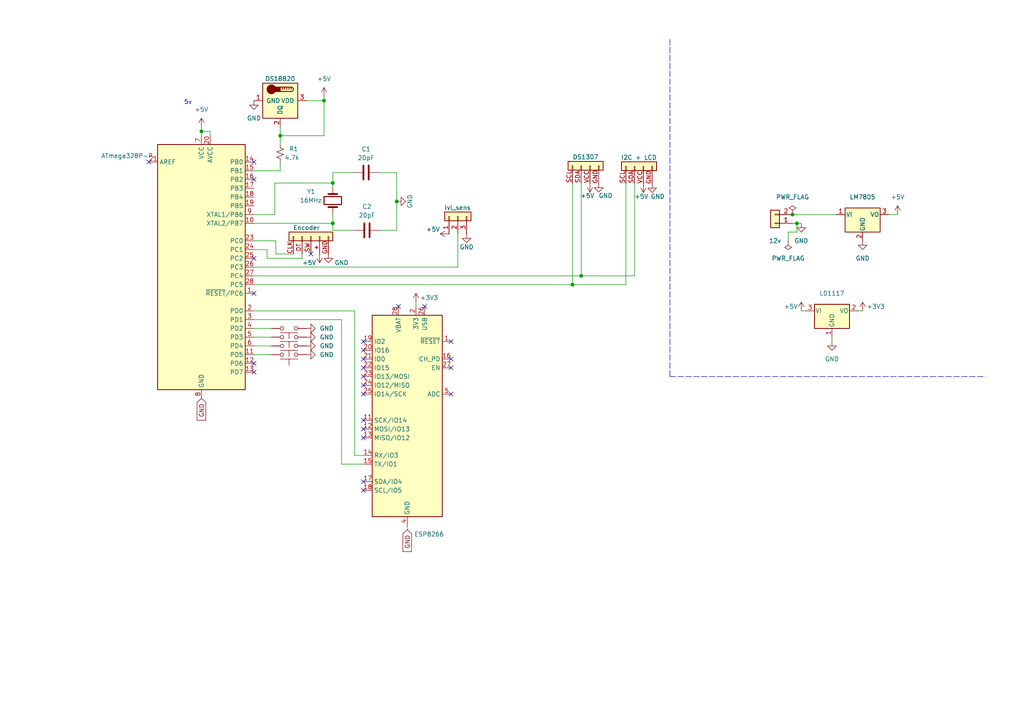
<source format=kicad_sch>
(kicad_sch (version 20211123) (generator eeschema)
  (paper "A4")
  (lib_symbols
    (symbol "Conn_01x02_2" (pin_names (offset 1.016) hide)
      (property "Value" "12v" (at 0 5.08 0))
      (symbol "Conn_01x02_2_1_1"
        (rectangle (start -1.27 -2.413) (end 0 -2.667) (stroke (width 0.1524)))
        (rectangle (start -1.27 0.127) (end 0 -0.127) (stroke (width 0.1524)))
        (rectangle (start -1.27 1.27) (end 1.27 -3.81) (stroke (width 0.254)) (fill (type background)))
        (pin power_in line (at -5.08 0 0) (length 3.81) (name "Pin_1") (number "1"))
        (pin power_in line (at -5.08 -2.54 0) (length 3.81) (name "Pin_2") (number "2"))
      )
    )
    (symbol "Connector_Generic:Conn_01x03" (pin_names (offset 1.016) hide)
      (property "Reference" "J" (at 0 5.08 0))
      (property "Value" "Conn_01x03" (at 0 -5.08 0))
      (symbol "Conn_01x03_1_1"
        (rectangle (start -1.27 -2.413) (end 0 -2.667) (stroke (width 0.1524)))
        (rectangle (start -1.27 0.127) (end 0 -0.127) (stroke (width 0.1524)))
        (rectangle (start -1.27 2.667) (end 0 2.413) (stroke (width 0.1524)))
        (rectangle (start -1.27 3.81) (end 1.27 -3.81) (stroke (width 0.254)) (fill (type background)))
        (pin passive line (at -5.08 2.54 0) (length 3.81) (name "Pin_1") (number "1"))
        (pin passive line (at -5.08 0 0) (length 3.81) (name "Pin_2") (number "2"))
        (pin passive line (at -5.08 -2.54 0) (length 3.81) (name "Pin_3") (number "3"))
      )
    )
    (symbol "Connector_Generic:Conn_01x04" (pin_names (offset 1.016) hide)
      (property "Reference" "J?" (at 1.27 6.35 90))
      (property "Value" "I2C + LCD" (at 1.27 3.81 90))
      (symbol "Conn_01x04_1_1"
        (rectangle (start -1.27 -4.953) (end 0 -5.207) (stroke (width 0.1524)))
        (rectangle (start -1.27 -2.413) (end 0 -2.667) (stroke (width 0.1524)))
        (rectangle (start -1.27 0.127) (end 0 -0.127) (stroke (width 0.1524)))
        (rectangle (start -1.27 2.667) (end 0 2.413) (stroke (width 0.1524)))
        (rectangle (start -1.27 3.81) (end 1.27 -6.35) (stroke (width 0.254)) (fill (type background)))
        (pin passive line (at -5.08 -5.08 0) (length 3.81) (name "Pin_4") (number "GND"))
        (pin passive line (at -5.08 2.54 0) (length 3.81) (name "Pin_1") (number "SCL"))
        (pin passive line (at -5.08 0 0) (length 3.81) (name "Pin_2") (number "SDA"))
        (pin passive line (at -5.08 -2.54 0) (length 3.81) (name "Pin_3") (number "VCC"))
      )
    )
    (symbol "Connector_Generic:Conn_01x05" (pin_names (offset 1.016) hide)
      (property "Reference" "J4" (at 0 6.35 90))
      (property "Value" "Conn_01x05" (at 0 3.81 90))
      (symbol "Conn_01x05_1_1"
        (rectangle (start -1.27 -4.953) (end 0 -5.207) (stroke (width 0.1524)))
        (rectangle (start -1.27 -2.413) (end 0 -2.667) (stroke (width 0.1524)))
        (rectangle (start -1.27 0.127) (end 0 -0.127) (stroke (width 0.1524)))
        (rectangle (start -1.27 2.667) (end 0 2.413) (stroke (width 0.1524)))
        (rectangle (start -1.27 5.207) (end 0 4.953) (stroke (width 0.1524)))
        (rectangle (start -1.27 6.35) (end 1.27 -6.35) (stroke (width 0.254)) (fill (type background)))
        (pin passive line (at -5.08 -2.54 0) (length 3.81) (name "Pin_4") (number "+"))
        (pin passive line (at -5.08 5.08 0) (length 3.81) (name "Pin_1") (number "CLK"))
        (pin passive line (at -5.08 2.54 0) (length 3.81) (name "Pin_2") (number "DT"))
        (pin passive line (at -5.08 -5.08 0) (length 3.81) (name "Pin_5") (number "GND"))
        (pin passive line (at -5.08 0 0) (length 3.81) (name "Pin_3") (number "SW"))
      )
    )
    (symbol "Device:C" (pin_numbers hide) (pin_names (offset 0.254))
      (property "Reference" "C" (at 0.635 2.54 0))
      (property "Value" "C" (at 0.635 -2.54 0))
      (symbol "C_0_1"
        (polyline (pts (xy -2.032 -0.762) (xy 2.032 -0.762)) (stroke (width 0.508)))
        (polyline (pts (xy -2.032 0.762) (xy 2.032 0.762)) (stroke (width 0.508)))
      )
      (symbol "C_1_1"
        (pin passive line (at 0 3.81 270) (length 2.794) (name "~") (number "1"))
        (pin passive line (at 0 -3.81 90) (length 2.794) (name "~") (number "2"))
      )
    )
    (symbol "Device:Crystal" (pin_numbers hide) (pin_names (offset 1.016) hide)
      (property "Reference" "Y" (at 0 3.81 0))
      (property "Value" "Crystal" (at 0 -3.81 0))
      (symbol "Crystal_0_1"
        (rectangle (start -1.143 2.54) (end 1.143 -2.54) (stroke (width 0.3048)))
        (polyline (pts (xy -2.54 0) (xy -1.905 0)))
        (polyline (pts (xy -1.905 -1.27) (xy -1.905 1.27)) (stroke (width 0.508)))
        (polyline (pts (xy 1.905 -1.27) (xy 1.905 1.27)) (stroke (width 0.508)))
        (polyline (pts (xy 2.54 0) (xy 1.905 0)))
      )
      (symbol "Crystal_1_1"
        (pin passive line (at -3.81 0 0) (length 1.27) (name "1") (number "1"))
        (pin passive line (at 3.81 0 180) (length 1.27) (name "2") (number "2"))
      )
    )
    (symbol "Device:R_Small_US" (pin_numbers hide) (pin_names (offset 0.254) hide)
      (property "Reference" "R" (at 0.762 0.508 0))
      (property "Value" "R_Small_US" (at 0.762 -1.016 0))
      (symbol "R_Small_US_1_1"
        (polyline (pts (xy 0 0) (xy 1.016 -0.381) (xy 0 -0.762) (xy -1.016 -1.143) (xy 0 -1.524)))
        (polyline (pts (xy 0 1.524) (xy 1.016 1.143) (xy 0 0.762) (xy -1.016 0.381) (xy 0 0)))
        (pin passive line (at 0 2.54 270) (length 1.016) (name "~") (number "1"))
        (pin passive line (at 0 -2.54 90) (length 1.016) (name "~") (number "2"))
      )
    )
    (symbol "MCU_Microchip_ATmega:ATmega328P-P"
      (property "Reference" "U" (at -12.7 36.83 0))
      (property "Value" "ATmega328P-P" (at 2.54 -36.83 0))
      (symbol "ATmega328P-P_0_1"
        (rectangle (start -12.7 -35.56) (end 12.7 35.56) (stroke (width 0.254)) (fill (type background)))
      )
      (symbol "ATmega328P-P_1_1"
        (pin bidirectional line (at 15.24 -7.62 180) (length 2.54) (name "~{RESET}/PC6") (number "1"))
        (pin bidirectional line (at 15.24 12.7 180) (length 2.54) (name "XTAL2/PB7") (number "10"))
        (pin bidirectional line (at 15.24 -25.4 180) (length 2.54) (name "PD5") (number "11"))
        (pin bidirectional line (at 15.24 -27.94 180) (length 2.54) (name "PD6") (number "12"))
        (pin bidirectional line (at 15.24 -30.48 180) (length 2.54) (name "PD7") (number "13"))
        (pin bidirectional line (at 15.24 30.48 180) (length 2.54) (name "PB0") (number "14"))
        (pin bidirectional line (at 15.24 27.94 180) (length 2.54) (name "PB1") (number "15"))
        (pin bidirectional line (at 15.24 25.4 180) (length 2.54) (name "PB2") (number "16"))
        (pin bidirectional line (at 15.24 22.86 180) (length 2.54) (name "PB3") (number "17"))
        (pin bidirectional line (at 15.24 20.32 180) (length 2.54) (name "PB4") (number "18"))
        (pin bidirectional line (at 15.24 17.78 180) (length 2.54) (name "PB5") (number "19"))
        (pin bidirectional line (at 15.24 -12.7 180) (length 2.54) (name "PD0") (number "2"))
        (pin power_in line (at 2.54 38.1 270) (length 2.54) (name "AVCC") (number "20"))
        (pin passive line (at -15.24 30.48 0) (length 2.54) (name "AREF") (number "21"))
        (pin passive line (at 0 -38.1 90) (length 2.54) hide (name "GND") (number "22"))
        (pin bidirectional line (at 15.24 7.62 180) (length 2.54) (name "PC0") (number "23"))
        (pin bidirectional line (at 15.24 5.08 180) (length 2.54) (name "PC1") (number "24"))
        (pin bidirectional line (at 15.24 2.54 180) (length 2.54) (name "PC2") (number "25"))
        (pin bidirectional line (at 15.24 0 180) (length 2.54) (name "PC3") (number "26"))
        (pin bidirectional line (at 15.24 -2.54 180) (length 2.54) (name "PC4") (number "27"))
        (pin bidirectional line (at 15.24 -5.08 180) (length 2.54) (name "PC5") (number "28"))
        (pin bidirectional line (at 15.24 -15.24 180) (length 2.54) (name "PD1") (number "3"))
        (pin bidirectional line (at 15.24 -17.78 180) (length 2.54) (name "PD2") (number "4"))
        (pin bidirectional line (at 15.24 -20.32 180) (length 2.54) (name "PD3") (number "5"))
        (pin bidirectional line (at 15.24 -22.86 180) (length 2.54) (name "PD4") (number "6"))
        (pin power_in line (at 0 38.1 270) (length 2.54) (name "VCC") (number "7"))
        (pin power_in line (at 0 -38.1 90) (length 2.54) (name "GND") (number "8"))
        (pin bidirectional line (at 15.24 15.24 180) (length 2.54) (name "XTAL1/PB6") (number "9"))
      )
    )
    (symbol "MCU_Module:Adafruit_Feather_HUZZAH_ESP8266"
      (property "Reference" "A" (at -10.16 29.21 0))
      (property "Value" "Adafruit_Feather_HUZZAH_ESP8266" (at 2.54 -31.75 0))
      (symbol "Adafruit_Feather_HUZZAH_ESP8266_0_1"
        (rectangle (start -10.16 27.94) (end 10.16 -30.48) (stroke (width 0.254)) (fill (type background)))
      )
      (symbol "Adafruit_Feather_HUZZAH_ESP8266_1_1"
        (pin input line (at 12.7 20.32 180) (length 2.54) (name "~{RESET}") (number "1"))
        (pin no_connect line (at 10.16 -7.62 180) (length 2.54) hide (name "NC") (number "10"))
        (pin bidirectional line (at -12.7 -2.54 0) (length 2.54) (name "SCK/IO14") (number "11"))
        (pin bidirectional line (at -12.7 -5.08 0) (length 2.54) (name "MOSI/IO13") (number "12"))
        (pin bidirectional line (at -12.7 -7.62 0) (length 2.54) (name "MISO/IO12") (number "13"))
        (pin bidirectional line (at -12.7 -12.7 0) (length 2.54) (name "RX/IO3") (number "14"))
        (pin bidirectional line (at -12.7 -15.24 0) (length 2.54) (name "TX/IO1") (number "15"))
        (pin bidirectional line (at 12.7 15.24 180) (length 2.54) (name "CH_PD") (number "16"))
        (pin bidirectional line (at -12.7 -20.32 0) (length 2.54) (name "SDA/IO4") (number "17"))
        (pin bidirectional line (at -12.7 -22.86 0) (length 2.54) (name "SCL/IO5") (number "18"))
        (pin bidirectional line (at -12.7 20.32 0) (length 2.54) (name "IO2") (number "19"))
        (pin power_in line (at 2.54 30.48 270) (length 2.54) (name "3V3") (number "2"))
        (pin bidirectional line (at -12.7 17.78 0) (length 2.54) (name "IO16") (number "20"))
        (pin bidirectional line (at -12.7 15.24 0) (length 2.54) (name "IO0") (number "21"))
        (pin bidirectional line (at -12.7 12.7 0) (length 2.54) (name "IO15") (number "22"))
        (pin bidirectional line (at -12.7 10.16 0) (length 2.54) (name "IO13/MOSI") (number "23"))
        (pin bidirectional line (at -12.7 7.62 0) (length 2.54) (name "IO12/MISO") (number "24"))
        (pin bidirectional line (at -12.7 5.08 0) (length 2.54) (name "IO14/SCK") (number "25"))
        (pin power_in line (at 5.08 30.48 270) (length 2.54) (name "USB") (number "26"))
        (pin input line (at 12.7 12.7 180) (length 2.54) (name "EN") (number "27"))
        (pin power_in line (at -2.54 30.48 270) (length 2.54) (name "VBAT") (number "28"))
        (pin no_connect line (at 10.16 10.16 180) (length 2.54) hide (name "NC") (number "3"))
        (pin power_in line (at 0 -33.02 90) (length 2.54) (name "GND") (number "4"))
        (pin bidirectional line (at 12.7 5.08 180) (length 2.54) (name "ADC") (number "5"))
        (pin no_connect line (at 10.16 2.54 180) (length 2.54) hide (name "NC") (number "6"))
        (pin no_connect line (at 10.16 0 180) (length 2.54) hide (name "NC") (number "7"))
        (pin no_connect line (at 10.16 -2.54 180) (length 2.54) hide (name "NC") (number "8"))
        (pin no_connect line (at 10.16 -5.08 180) (length 2.54) hide (name "NC") (number "9"))
      )
    )
    (symbol "Regulator_Linear:LD1117S33TR_SOT223" (pin_names (offset 0.254))
      (property "Reference" "U" (at -3.81 3.175 0))
      (property "Value" "LD1117S33TR_SOT223" (at 0 3.175 0))
      (symbol "LD1117S33TR_SOT223_0_1"
        (rectangle (start -5.08 -5.08) (end 5.08 1.905) (stroke (width 0.254)) (fill (type background)))
      )
      (symbol "LD1117S33TR_SOT223_1_1"
        (pin power_in line (at 0 -7.62 90) (length 2.54) (name "GND") (number "1"))
        (pin power_out line (at 7.62 0 180) (length 2.54) (name "VO") (number "2"))
        (pin power_in line (at -7.62 0 0) (length 2.54) (name "VI") (number "3"))
      )
    )
    (symbol "Regulator_Linear:LM7805_TO220" (pin_names (offset 0.254))
      (property "Reference" "U" (at -3.81 3.175 0))
      (property "Value" "LM7805_TO220" (at 0 3.175 0))
      (symbol "LM7805_TO220_0_1"
        (rectangle (start -5.08 1.905) (end 5.08 -5.08) (stroke (width 0.254)) (fill (type background)))
      )
      (symbol "LM7805_TO220_1_1"
        (pin power_in line (at -7.62 0 0) (length 2.54) (name "VI") (number "1"))
        (pin power_in line (at 0 -7.62 90) (length 2.54) (name "GND") (number "2"))
        (pin power_out line (at 7.62 0 180) (length 2.54) (name "VO") (number "3"))
      )
    )
    (symbol "Sensor_Temperature:DS18B20" (pin_names (offset 1.016))
      (property "Reference" "U" (at -3.81 6.35 0))
      (property "Value" "DS18B20" (at 6.35 6.35 0))
      (symbol "DS18B20_0_1"
        (rectangle (start -5.08 5.08) (end 5.08 -5.08) (stroke (width 0.254)) (fill (type background)))
        (circle (center -3.302 -2.54) (radius 1.27) (stroke (width 0.254)) (fill (type outline)))
        (rectangle (start -2.667 -1.905) (end -3.937 0) (stroke (width 0.254)) (fill (type outline)))
        (arc (start -2.667 3.175) (mid -3.302 3.81) (end -3.937 3.175) (stroke (width 0.254)))
        (polyline (pts (xy -3.937 0.635) (xy -3.302 0.635)) (stroke (width 0.254)))
        (polyline (pts (xy -3.937 1.27) (xy -3.302 1.27)) (stroke (width 0.254)))
        (polyline (pts (xy -3.937 1.905) (xy -3.302 1.905)) (stroke (width 0.254)))
        (polyline (pts (xy -3.937 2.54) (xy -3.302 2.54)) (stroke (width 0.254)))
        (polyline (pts (xy -3.937 3.175) (xy -3.937 0)) (stroke (width 0.254)))
        (polyline (pts (xy -3.937 3.175) (xy -3.302 3.175)) (stroke (width 0.254)))
        (polyline (pts (xy -2.667 3.175) (xy -2.667 0)) (stroke (width 0.254)))
      )
      (symbol "DS18B20_1_1"
        (pin power_in line (at 0 -7.62 90) (length 2.54) (name "GND") (number "1"))
        (pin bidirectional line (at 7.62 0 180) (length 2.54) (name "DQ") (number "2"))
        (pin power_in line (at 0 7.62 270) (length 2.54) (name "VDD") (number "3"))
      )
    )
    (symbol "Switch:SW_Push" (pin_numbers hide) (pin_names (offset 1.016) hide)
      (property "Reference" "SW" (at 1.27 2.54 0))
      (property "Value" "SW_Push" (at 0 -1.524 0))
      (symbol "SW_Push_0_1"
        (circle (center -2.032 0) (radius 0.508))
        (polyline (pts (xy 0 1.27) (xy 0 3.048)))
        (polyline (pts (xy 2.54 1.27) (xy -2.54 1.27)))
        (circle (center 2.032 0) (radius 0.508))
        (pin passive line (at -5.08 0 0) (length 2.54) (name "1") (number "1"))
        (pin passive line (at 5.08 0 180) (length 2.54) (name "2") (number "2"))
      )
    )
    (symbol "power:+3.3V" (power) (pin_names (offset 0))
      (property "Value" "+3.3V" (at 0 3.556 0))
      (symbol "+3.3V_0_1"
        (polyline (pts (xy -0.762 1.27) (xy 0 2.54)))
        (polyline (pts (xy 0 0) (xy 0 2.54)))
        (polyline (pts (xy 0 2.54) (xy 0.762 1.27)))
      )
      (symbol "+3.3V_1_1"
        (pin power_in line (at 0 0 90) (length 0) hide (name "+3V3") (number "1"))
      )
    )
    (symbol "power:+5V" (power) (pin_names (offset 0))
      (property "Value" "+5V" (at 0 3.556 0))
      (symbol "+5V_0_1"
        (polyline (pts (xy -0.762 1.27) (xy 0 2.54)))
        (polyline (pts (xy 0 0) (xy 0 2.54)))
        (polyline (pts (xy 0 2.54) (xy 0.762 1.27)))
      )
      (symbol "+5V_1_1"
        (pin power_in line (at 0 0 90) (length 0) hide (name "+5V") (number "1"))
      )
    )
    (symbol "power:GND" (power) (pin_names (offset 0))
      (property "Value" "GND" (at 0 -3.81 0))
      (symbol "GND_0_1"
        (polyline (pts (xy 0 0) (xy 0 -1.27) (xy 1.27 -1.27) (xy 0 -2.54) (xy -1.27 -1.27) (xy 0 -1.27)))
      )
      (symbol "GND_1_1"
        (pin power_in line (at 0 0 270) (length 0) hide (name "GND") (number "1"))
      )
    )
    (symbol "power:PWR_FLAG" (power) (pin_numbers hide) (pin_names (offset 0) hide)
      (property "Value" "PWR_FLAG" (at 0 3.81 0))
      (symbol "PWR_FLAG_0_0"
        (pin power_out line (at 0 0 90) (length 0) (name "pwr") (number "1"))
      )
      (symbol "PWR_FLAG_0_1"
        (polyline (pts (xy 0 0) (xy 0 1.27) (xy -1.016 1.905) (xy 0 2.54) (xy 1.016 1.905) (xy 0 1.27)))
      )
    )
  )
  (junction (at 166.0398 82.55))
  (junction (at 58.42 38.1))
  (junction (at 115.062 58.42))
  (junction (at 229.87 62.23))
  (junction (at 81.28 39.37))
  (junction (at 96.52 53.086))
  (junction (at 231.14 64.77))
  (junction (at 93.98 29.21))
  (junction (at 96.52 64.77))
  (junction (at 168.5798 80.01))
  (no_connect (at 43.18 46.99))
  (no_connect (at 73.66 74.93))
  (no_connect (at 90.17 73.66))
  (no_connect (at 130.81 114.3))
  (no_connect (at 130.81 104.14))
  (no_connect (at 130.81 106.68))
  (no_connect (at 130.81 99.06))
  (no_connect (at 123.19 88.9))
  (no_connect (at 115.57 88.9))
  (no_connect (at 105.41 104.14))
  (no_connect (at 105.41 99.06))
  (no_connect (at 105.41 101.6))
  (no_connect (at 105.41 124.46))
  (no_connect (at 105.41 106.68))
  (no_connect (at 105.41 121.92))
  (no_connect (at 105.41 139.7))
  (no_connect (at 105.41 127))
  (no_connect (at 105.41 142.24))
  (no_connect (at 105.41 111.76))
  (no_connect (at 105.41 109.22))
  (no_connect (at 105.41 114.3))
  (no_connect (at 73.66 107.95))
  (no_connect (at 73.66 85.09))
  (no_connect (at 73.66 105.41))
  (no_connect (at 73.66 52.07))
  (no_connect (at 73.66 46.99))
  (wire (pts (xy 102.616 66.802) (xy 96.52 66.802)))
  (wire (pts (xy 73.66 100.33) (xy 78.74 100.33)))
  (wire (pts (xy 73.66 82.55) (xy 166.0398 82.55)))
  (wire (pts (xy 184.0738 53.2892) (xy 184.0738 80.01)))
  (wire (pts (xy 102.87 132.08) (xy 105.41 132.08)))
  (wire (pts (xy 81.28 49.53) (xy 73.66 49.53)))
  (wire (pts (xy 81.28 39.37) (xy 81.28 41.91)))
  (wire (pts (xy 58.42 38.1) (xy 58.42 39.37)))
  (wire (pts (xy 115.062 50.038) (xy 115.062 58.42)))
  (wire (pts (xy 73.66 80.01) (xy 168.5798 80.01)))
  (wire (pts (xy 73.66 62.23) (xy 79.6997 62.23)))
  (wire (pts (xy 96.52 66.802) (xy 96.52 64.77)))
  (wire (pts (xy 241.3 97.79) (xy 241.3 99.06)))
  (polyline (pts (xy 194.31 11.43) (xy 194.31 109.22)))
  (wire (pts (xy 102.87 90.17) (xy 102.87 132.08)))
  (wire (pts (xy 81.28 39.37) (xy 93.98 39.37)))
  (wire (pts (xy 96.52 50.038) (xy 96.52 53.086)))
  (wire (pts (xy 85.09 73.66) (xy 80.01 73.66)))
  (wire (pts (xy 80.01 73.66) (xy 80.01 69.85)))
  (wire (pts (xy 78.74 95.25) (xy 73.66 95.25)))
  (wire (pts (xy 105.41 134.62) (xy 99.06 134.62)))
  (wire (pts (xy 184.0738 80.01) (xy 168.5798 80.01)))
  (wire (pts (xy 60.96 39.37) (xy 60.96 38.1)))
  (wire (pts (xy 77.47 74.93) (xy 77.47 72.39)))
  (wire (pts (xy 73.66 102.87) (xy 78.74 102.87)))
  (wire (pts (xy 166.0398 82.55) (xy 166.0398 53.1622)))
  (wire (pts (xy 120.65 87.63) (xy 120.65 88.9)))
  (wire (pts (xy 73.66 90.17) (xy 102.87 90.17)))
  (wire (pts (xy 229.87 62.23) (xy 242.57 62.23)))
  (wire (pts (xy 87.63 73.66) (xy 87.63 74.93)))
  (wire (pts (xy 99.06 134.62) (xy 99.06 92.71)))
  (wire (pts (xy 232.41 90.17) (xy 233.68 90.17)))
  (wire (pts (xy 166.0398 82.55) (xy 181.5338 82.55)))
  (wire (pts (xy 87.63 74.93) (xy 77.47 74.93)))
  (wire (pts (xy 115.062 66.802) (xy 115.062 58.42)))
  (wire (pts (xy 118.11 153.67) (xy 118.11 152.4)))
  (wire (pts (xy 231.14 67.31) (xy 231.14 64.77)))
  (wire (pts (xy 81.28 36.83) (xy 81.28 39.37)))
  (wire (pts (xy 73.66 92.71) (xy 99.06 92.71)))
  (wire (pts (xy 93.98 27.94) (xy 93.98 29.21)))
  (wire (pts (xy 81.28 46.99) (xy 81.28 49.53)))
  (wire (pts (xy 96.52 64.77) (xy 73.66 64.77)))
  (wire (pts (xy 79.6997 62.23) (xy 79.6997 53.086)))
  (wire (pts (xy 80.01 69.85) (xy 73.66 69.85)))
  (wire (pts (xy 102.362 50.038) (xy 96.52 50.038)))
  (wire (pts (xy 228.6 69.85) (xy 228.6 67.31)))
  (wire (pts (xy 181.5338 82.55) (xy 181.5338 53.2892)))
  (wire (pts (xy 168.5798 80.01) (xy 168.5798 53.1622)))
  (wire (pts (xy 96.52 53.086) (xy 79.6997 53.086)))
  (wire (pts (xy 73.66 97.79) (xy 78.74 97.79)))
  (wire (pts (xy 73.66 77.47) (xy 132.7912 77.47)))
  (wire (pts (xy 77.47 72.39) (xy 73.66 72.39)))
  (wire (pts (xy 229.87 64.77) (xy 231.14 64.77)))
  (wire (pts (xy 96.52 54.356) (xy 96.52 53.086)))
  (wire (pts (xy 260.35 62.23) (xy 257.81 62.23)))
  (wire (pts (xy 250.19 90.17) (xy 248.92 90.17)))
  (wire (pts (xy 93.98 29.21) (xy 93.98 39.37)))
  (polyline (pts (xy 194.31 109.22) (xy 285.75 109.22)))
  (wire (pts (xy 231.14 64.77) (xy 232.41 64.77)))
  (wire (pts (xy 58.42 38.1) (xy 60.96 38.1)))
  (wire (pts (xy 132.7912 67.8434) (xy 132.7912 77.47)))
  (wire (pts (xy 228.6 67.31) (xy 231.14 67.31)))
  (wire (pts (xy 93.98 29.21) (xy 88.9 29.21)))
  (wire (pts (xy 110.236 66.802) (xy 115.062 66.802)))
  (wire (pts (xy 58.42 36.83) (xy 58.42 38.1)))
  (wire (pts (xy 109.982 50.038) (xy 115.062 50.038)))
  (wire (pts (xy 96.52 61.976) (xy 96.52 64.77)))
  (text "5v" (at 53.34 30.48 0) (effects (font (size 1.27 1.27)) (justify left bottom)))
  (global_label "GND" (shape input) (at 58.42 115.57 270) (property "Intersheet References" "${INTERSHEET_REFS}" (effects hide)))
  (global_label "GND" (shape input) (at 118.11 153.67 270) (property "Intersheet References" "${INTERSHEET_REFS}" (effects hide)))
  (symbol (lib_id "Sensor_Temperature:DS18B20") (at 81.28 29.21 270) (unit 1)
    (property "Reference" "U2" (effects hide))
    (property "Value" "DS18B20" (at 81.28 22.86 90))
    (property "Footprint" "Package_TO_SOT_THT:TO-92_Inline" (effects hide))
    (property "Datasheet" "http://datasheets.maximintegrated.com/en/ds/DS18B20.pdf" (effects hide))
  )
  (symbol (lib_id "Switch:SW_Push") (at 83.82 97.79 180) (unit 1)
    (property "Reference" "SW2" (effects hide))
    (property "Value" "SW_Push" (effects hide))
    (property "Footprint" "Button_Switch_THT:SW_PUSH-12mm" (effects hide))
  )
  (symbol (lib_id "MCU_Module:Adafruit_Feather_HUZZAH_ESP8266") (at 118.11 119.38 0) (unit 1)
    (property "Reference" "A1" (effects hide))
    (property "Value" "ESP8266" (at 120.1294 154.94 0) (effects (justify left)))
    (property "Footprint" "Module:Adafruit_Feather" (effects hide))
    (property "Datasheet" "https://cdn-learn.adafruit.com/downloads/pdf/adafruit-feather-huzzah-esp8266.pdf" (effects hide))
  )
  (symbol (lib_id "power:GND") (at 115.062 58.42 90) (unit 1)
    (property "Reference" "#PWR01" (effects hide))
    (property "Value" "GND" (at 118.872 58.42 0))
  )
  (symbol (lib_id "power:GND") (at 241.3 99.06 0) (unit 1)
    (property "Reference" "#PWR03" (effects hide))
    (property "Value" "GND" (at 241.3 104.14 0))
  )
  (symbol (lib_id "power:GND") (at 173.6598 53.1622 0) (unit 1)
    (property "Reference" "#PWR0113" (effects hide))
    (property "Value" "GND" (at 175.641 56.7436 0))
  )
  (symbol (lib_name "Conn_01x02_2") (lib_id "Connector_Generic:Conn_01x02") (at 224.79 64.77 180) (unit 1)
    (property "Reference" "J1" (effects hide))
    (property "Value" "12v" (at 224.79 69.85 0))
    (property "Footprint" "TerminalBlock:TerminalBlock_bornier-2_P5.08mm" (effects hide))
  )
  (symbol (lib_id "Regulator_Linear:LD1117S33TR_SOT223") (at 241.3 90.17 0) (unit 1)
    (property "Reference" "U4" (effects hide))
    (property "Value" "LD1117" (at 241.3 85.09 0))
    (property "Footprint" "Package_TO_SOT_THT:TO-220-3_Vertical" (effects hide))
    (property "Datasheet" "http://www.st.com/st-web-ui/static/active/en/resource/technical/document/datasheet/CD00000544.pdf" (effects hide))
  )
  (symbol (lib_id "power:+5V") (at 92.71 73.66 180) (unit 1)
    (property "Reference" "#PWR?" (effects hide))
    (property "Value" "+5V" (at 87.63 76.2 0) (effects (justify right)))
  )
  (symbol (lib_id "power:GND") (at 88.9 97.79 90) (unit 1)
    (property "Reference" "#PWR0116" (effects hide))
    (property "Value" "GND" (at 92.71 97.7899 90) (effects (justify right)))
  )
  (symbol (lib_id "power:GND") (at 189.1538 53.2892 0) (unit 1)
    (property "Reference" "#PWR0114" (effects hide))
    (property "Value" "GND" (at 190.754 56.9976 0))
  )
  (symbol (lib_id "Switch:SW_Push") (at 83.82 100.33 180) (unit 1)
    (property "Reference" "SW3" (effects hide))
    (property "Value" "SW_Push" (effects hide))
    (property "Footprint" "Button_Switch_THT:SW_PUSH-12mm" (effects hide))
  )
  (symbol (lib_id "Connector_Generic:Conn_01x04") (at 168.5798 48.0822 90) (unit 1)
    (property "Reference" "J3" (effects hide))
    (property "Value" "DS1307" (at 169.8498 45.5422 90))
    (property "Footprint" "Connector_PinSocket_2.54mm:PinSocket_1x04_P2.54mm_Vertical" (effects hide))
  )
  (symbol (lib_id "power:+3.3V") (at 250.19 90.17 0) (unit 1)
    (property "Reference" "#PWR04" (effects hide))
    (property "Value" "+3.3V" (at 254 88.9 0))
  )
  (symbol (lib_id "Connector_Generic:Conn_01x04") (at 184.0738 48.2092 90) (unit 1)
    (property "Reference" "J2" (effects hide))
    (property "Value" "I2C + LCD" (at 185.3438 45.6692 90))
    (property "Footprint" "Connector_PinSocket_2.54mm:PinSocket_1x04_P2.54mm_Vertical" (effects hide))
  )
  (symbol (lib_id "Device:C") (at 106.426 66.802 90) (unit 1)
    (property "Reference" "C2" (at 106.426 59.9186 90))
    (property "Value" "20pF" (at 106.426 62.4586 90))
    (property "Footprint" "Capacitor_THT:C_Disc_D5.0mm_W2.5mm_P5.00mm" (effects hide))
  )
  (symbol (lib_id "power:GND") (at 135.3312 67.8434 0) (unit 1)
    (property "Reference" "#PWR0112" (effects hide))
    (property "Value" "GND" (at 135.3312 71.6534 0))
  )
  (symbol (lib_id "Connector_Generic:Conn_01x05") (at 90.17 68.58 90) (unit 1)
    (property "Reference" "J4" (effects hide))
    (property "Value" "Encoder" (at 88.9 66.04 90))
    (property "Footprint" "Connector_PinSocket_2.54mm:PinSocket_1x05_P2.54mm_Vertical" (effects hide))
  )
  (symbol (lib_id "power:+5V") (at 260.35 62.23 0) (unit 1)
    (property "Reference" "#PWR0101" (effects hide))
    (property "Value" "+5V" (at 260.35 57.15 0))
  )
  (symbol (lib_id "Regulator_Linear:LM7805_TO220") (at 250.19 62.23 0) (unit 1)
    (property "Reference" "U1" (effects hide))
    (property "Value" "LM7805" (at 250.19 57.15 0))
    (property "Footprint" "Package_TO_SOT_THT:TO-220-3_Vertical" (effects hide))
    (property "Datasheet" "https://www.onsemi.cn/PowerSolutions/document/MC7800-D.PDF" (effects hide))
  )
  (symbol (lib_id "Switch:SW_Push") (at 83.82 95.25 180) (unit 1)
    (property "Reference" "SW1" (effects hide))
    (property "Value" "SW_Push" (effects hide))
    (property "Footprint" "Button_Switch_THT:SW_PUSH-12mm" (effects hide))
  )
  (symbol (lib_id "power:+5V") (at 171.1198 53.1622 180) (unit 1)
    (property "Reference" "#PWR0104" (effects hide))
    (property "Value" "+5V" (at 168.3188 56.7914 0) (effects (justify right)))
  )
  (symbol (lib_id "power:+3.3V") (at 120.65 87.63 0) (unit 1)
    (property "Reference" "#PWR05" (effects hide))
    (property "Value" "+3.3V" (at 124.46 86.36 0))
  )
  (symbol (lib_id "Device:Crystal") (at 96.52 58.166 270) (unit 1)
    (property "Reference" "Y1" (at 88.9762 55.5752 90) (effects (justify left)))
    (property "Value" "16MHz" (at 86.9442 58.1152 90) (effects (justify left)))
    (property "Footprint" "Crystal:Crystal_HC49-4H_Vertical" (effects hide))
  )
  (symbol (lib_id "power:GND") (at 232.41 64.77 0) (unit 1)
    (property "Reference" "#PWR0109" (effects hide))
    (property "Value" "GND" (at 232.41 69.85 0))
  )
  (symbol (lib_id "Connector_Generic:Conn_01x03") (at 132.7912 62.7634 90) (unit 1)
    (property "Reference" "Lvl_sens1" (effects hide))
    (property "Value" "lvl_sens" (at 136.6012 60.2234 90) (effects (justify left)))
    (property "Footprint" "Connector_PinSocket_2.54mm:PinSocket_1x03_P2.54mm_Vertical" (effects hide))
  )
  (symbol (lib_id "power:PWR_FLAG") (at 228.6 69.85 180) (unit 1)
    (property "Reference" "#FLG0101" (effects hide))
    (property "Value" "PWR_FLAG" (at 228.6 74.93 0))
  )
  (symbol (lib_id "Switch:SW_Push") (at 83.82 102.87 180) (unit 1)
    (property "Reference" "SW4" (effects hide))
    (property "Value" "SW_Push" (effects hide))
    (property "Footprint" "Button_Switch_THT:SW_PUSH-12mm" (effects hide))
  )
  (symbol (lib_id "power:GND") (at 88.9 95.25 90) (unit 1)
    (property "Reference" "#PWR0115" (effects hide))
    (property "Value" "GND" (at 92.71 95.2499 90) (effects (justify right)))
  )
  (symbol (lib_id "Device:C") (at 106.172 50.038 90) (unit 1)
    (property "Reference" "C1" (at 106.172 43.2562 90))
    (property "Value" "20pF" (at 106.172 45.7962 90))
    (property "Footprint" "Capacitor_THT:C_Disc_D5.0mm_W2.5mm_P5.00mm" (effects hide))
  )
  (symbol (lib_id "power:GND") (at 88.9 100.33 90) (unit 1)
    (property "Reference" "#PWR0117" (effects hide))
    (property "Value" "GND" (at 92.71 100.3299 90) (effects (justify right)))
  )
  (symbol (lib_id "power:GND") (at 73.66 29.21 0) (unit 1)
    (property "Reference" "#PWR0108" (effects hide))
    (property "Value" "GND" (at 73.66 34.29 0))
  )
  (symbol (lib_id "power:+5V") (at 58.42 36.83 0) (unit 1)
    (property "Reference" "#PWR0103" (effects hide))
    (property "Value" "+5V" (at 58.42 31.75 0))
  )
  (symbol (lib_id "power:+5V") (at 130.2512 67.8434 90) (unit 1)
    (property "Reference" "#PWR0107" (effects hide))
    (property "Value" "+5V" (at 123.5456 66.5226 90) (effects (justify right)))
  )
  (symbol (lib_id "power:GND") (at 250.19 69.85 0) (unit 1)
    (property "Reference" "#PWR0110" (effects hide))
    (property "Value" "GND" (at 250.19 74.93 0))
  )
  (symbol (lib_id "MCU_Microchip_ATmega:ATmega328P-P") (at 58.42 77.47 0) (unit 1)
    (property "Reference" "U3" (effects hide))
    (property "Value" "ATmega328P-P" (at 36.83 45.1993 0))
    (property "Footprint" "Package_DIP:DIP-28_W7.62mm" (effects hide))
    (property "Datasheet" "http://ww1.microchip.com/downloads/en/DeviceDoc/ATmega328_P%20AVR%20MCU%20with%20picoPower%20Technology%20Data%20Sheet%2040001984A.pdf" (effects hide))
  )
  (symbol (lib_id "power:PWR_FLAG") (at 229.87 62.23 0) (unit 1)
    (property "Reference" "#FLG0102" (effects hide))
    (property "Value" "PWR_FLAG" (at 229.87 57.15 0))
  )
  (symbol (lib_id "power:GND") (at 88.9 102.87 90) (unit 1)
    (property "Reference" "#PWR0118" (effects hide))
    (property "Value" "GND" (at 92.71 102.8699 90) (effects (justify right)))
  )
  (symbol (lib_id "power:+5V") (at 93.98 27.94 0) (unit 1)
    (property "Reference" "#PWR0102" (effects hide))
    (property "Value" "+5V" (at 93.98 22.86 0))
  )
  (symbol (lib_id "power:+5V") (at 232.41 90.17 0) (unit 1)
    (property "Reference" "#PWR02" (effects hide))
    (property "Value" "+5V" (at 227.33 88.9 0) (effects (justify left)))
  )
  (symbol (lib_id "power:+5V") (at 186.6138 53.2892 180) (unit 1)
    (property "Reference" "#PWR0105" (effects hide))
    (property "Value" "+5V" (at 183.9723 56.9824 0) (effects (justify right)))
  )
  (symbol (lib_id "power:GND") (at 95.25 73.66 0) (unit 1)
    (property "Reference" "#PWR?" (effects hide))
    (property "Value" "GND" (at 99.06 76.2 0))
  )
  (symbol (lib_id "Device:R_Small_US") (at 81.28 44.45 0) (unit 1)
    (property "Reference" "R1" (at 83.82 43.1799 0) (effects (justify left)))
    (property "Value" "4.7k" (at 82.55 45.72 0) (effects (justify left)))
    (property "Footprint" "Resistor_THT:R_Axial_DIN0204_L3.6mm_D1.6mm_P5.08mm_Horizontal" (effects hide))
  )
)
</source>
